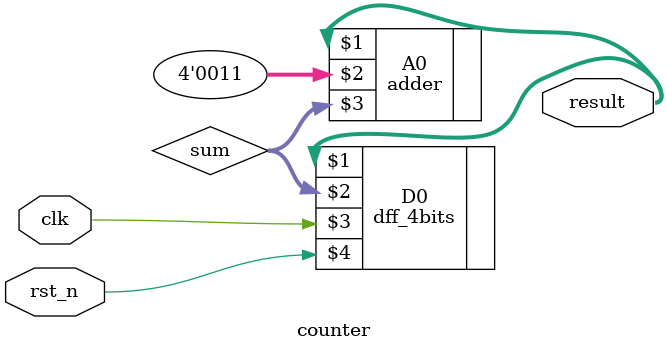
<source format=v>
module counter (clk, rst_n, result);
	input clk, rst_n;
	output [3:0] result;
	wire [3:0]sum;
	adder A0(result, 4'd3, sum);
	dff_4bits D0(result, sum, clk, rst_n);
endmodule

</source>
